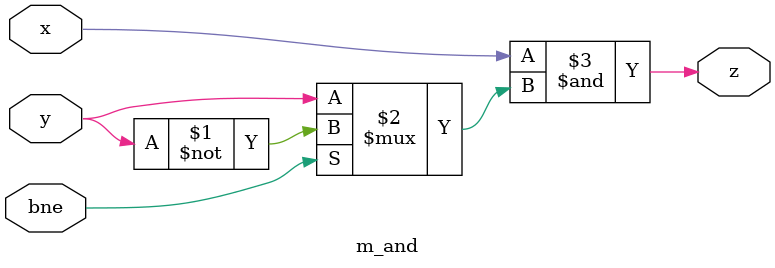
<source format=v>
module reg_file(input [4:0] A1, A2, A3,
		input [31:0] WD3,
		input clk, WE3,
		output reg [31:0] RD1, RD2);

    reg [31:0] registers [31:0];

    initial begin
    registers[0] = 0;
    end

    always @(*)
    begin
        RD1 <= registers[A1];
	RD2 <= registers[A2];
    end     

    always @(posedge clk)
    begin
        registers[A3] <= WE3 ? WD3 : registers[A3];
        registers[0] = 0;
    end     

  always #1000 $display( "R0 = %d, R1=%d, R2=%d, R3=%d, R4=%d, R5=%d", registers[0],registers[1],registers[2],registers[3],registers[4],registers[5] );
//always @(*) $display( "R0 = %d, R1=%d, R2=%d, R3=%d, R4=%d, R5=%d",registers[0],registers[1],registers[2],registers[3],registers[4],registers[5] );

endmodule 

module sign_ext(input [15:0] A,
		output [31:0] Y);
	assign Y = { {16{A[15]}}, A[15:0]};
        //assign Y = { A[15:0], A[15:0]};
endmodule 


module dmem (input clk, we,
             input [31:0] a, wd,
             output [31:0] rd);

  reg [31:0] RAM[127:0];

  assign rd = RAM[a[7:2]]; // word aligned

  always@(posedge clk)
    if(we) RAM[a[31:2]] <= wd;

endmodule

module imem (input [5:0] a,
             output [31:0] rd);
 
  // The "a" is the address of instruction to fetch, what
  // for our purpose can be taken from ProgramCounter[7:2]
 
  reg [31:0] RAM[127:0];
 
  initial  $readmemh ("memfile.dat",RAM);
  
  assign rd = RAM[a]; // word aligned
 
endmodule

module mux2 (input [31:0] d0, d1,
 input s,
 output [31:0] y);

 assign y = ~s? d0 : 32'bz;
 assign y = s? d1 : 32'bz;
endmodule

module mux2_5 (input [4:0] d0, d1,
 input s,
 output [4:0] y);

 assign y = ~s? d0 : 5'bz;
 assign y = s? d1 : 5'bz;
endmodule

module m_and (input x, y, bne,
 output z);

 assign z = x & (bne ? ~y : y);

endmodule

</source>
